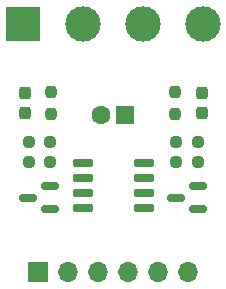
<source format=gts>
G04 #@! TF.GenerationSoftware,KiCad,Pcbnew,7.0.10-7.0.10~ubuntu22.04.1*
G04 #@! TF.CreationDate,2024-01-16T23:48:01+08:00*
G04 #@! TF.ProjectId,EL_oscillator,454c5f6f-7363-4696-9c6c-61746f722e6b,rev?*
G04 #@! TF.SameCoordinates,Original*
G04 #@! TF.FileFunction,Soldermask,Top*
G04 #@! TF.FilePolarity,Negative*
%FSLAX46Y46*%
G04 Gerber Fmt 4.6, Leading zero omitted, Abs format (unit mm)*
G04 Created by KiCad (PCBNEW 7.0.10-7.0.10~ubuntu22.04.1) date 2024-01-16 23:48:01*
%MOMM*%
%LPD*%
G01*
G04 APERTURE LIST*
G04 Aperture macros list*
%AMRoundRect*
0 Rectangle with rounded corners*
0 $1 Rounding radius*
0 $2 $3 $4 $5 $6 $7 $8 $9 X,Y pos of 4 corners*
0 Add a 4 corners polygon primitive as box body*
4,1,4,$2,$3,$4,$5,$6,$7,$8,$9,$2,$3,0*
0 Add four circle primitives for the rounded corners*
1,1,$1+$1,$2,$3*
1,1,$1+$1,$4,$5*
1,1,$1+$1,$6,$7*
1,1,$1+$1,$8,$9*
0 Add four rect primitives between the rounded corners*
20,1,$1+$1,$2,$3,$4,$5,0*
20,1,$1+$1,$4,$5,$6,$7,0*
20,1,$1+$1,$6,$7,$8,$9,0*
20,1,$1+$1,$8,$9,$2,$3,0*%
G04 Aperture macros list end*
%ADD10RoundRect,0.237500X-0.250000X-0.237500X0.250000X-0.237500X0.250000X0.237500X-0.250000X0.237500X0*%
%ADD11RoundRect,0.237500X-0.237500X0.287500X-0.237500X-0.287500X0.237500X-0.287500X0.237500X0.287500X0*%
%ADD12R,1.700000X1.700000*%
%ADD13O,1.700000X1.700000*%
%ADD14RoundRect,0.150000X0.587500X0.150000X-0.587500X0.150000X-0.587500X-0.150000X0.587500X-0.150000X0*%
%ADD15R,1.600000X1.600000*%
%ADD16C,1.600000*%
%ADD17R,3.000000X3.000000*%
%ADD18C,3.000000*%
%ADD19RoundRect,0.237500X-0.237500X0.250000X-0.237500X-0.250000X0.237500X-0.250000X0.237500X0.250000X0*%
%ADD20RoundRect,0.237500X0.250000X0.237500X-0.250000X0.237500X-0.250000X-0.237500X0.250000X-0.237500X0*%
%ADD21RoundRect,0.150000X-0.725000X-0.150000X0.725000X-0.150000X0.725000X0.150000X-0.725000X0.150000X0*%
G04 APERTURE END LIST*
D10*
X103837500Y-114250000D03*
X105662500Y-114250000D03*
D11*
X118500000Y-110125000D03*
X118500000Y-111875000D03*
D12*
X104650000Y-125300000D03*
D13*
X107190000Y-125300000D03*
X109730000Y-125300000D03*
X112270000Y-125300000D03*
X114810000Y-125300000D03*
X117350000Y-125300000D03*
D10*
X116337500Y-116000000D03*
X118162500Y-116000000D03*
D14*
X105687500Y-119950000D03*
X105687500Y-118050000D03*
X103812500Y-119000000D03*
D15*
X112000000Y-112000000D03*
D16*
X110000000Y-112000000D03*
D17*
X103380000Y-104300000D03*
D18*
X108460000Y-104300000D03*
X113540000Y-104300000D03*
X118620000Y-104300000D03*
D19*
X116250000Y-110087500D03*
X116250000Y-111912500D03*
D11*
X103500000Y-110125000D03*
X103500000Y-111875000D03*
D14*
X118187500Y-119950000D03*
X118187500Y-118050000D03*
X116312500Y-119000000D03*
D20*
X105662500Y-116000000D03*
X103837500Y-116000000D03*
D21*
X108425000Y-116095000D03*
X108425000Y-117365000D03*
X108425000Y-118635000D03*
X108425000Y-119905000D03*
X113575000Y-119905000D03*
X113575000Y-118635000D03*
X113575000Y-117365000D03*
X113575000Y-116095000D03*
D20*
X118162500Y-114250000D03*
X116337500Y-114250000D03*
D19*
X105750000Y-110087500D03*
X105750000Y-111912500D03*
M02*

</source>
